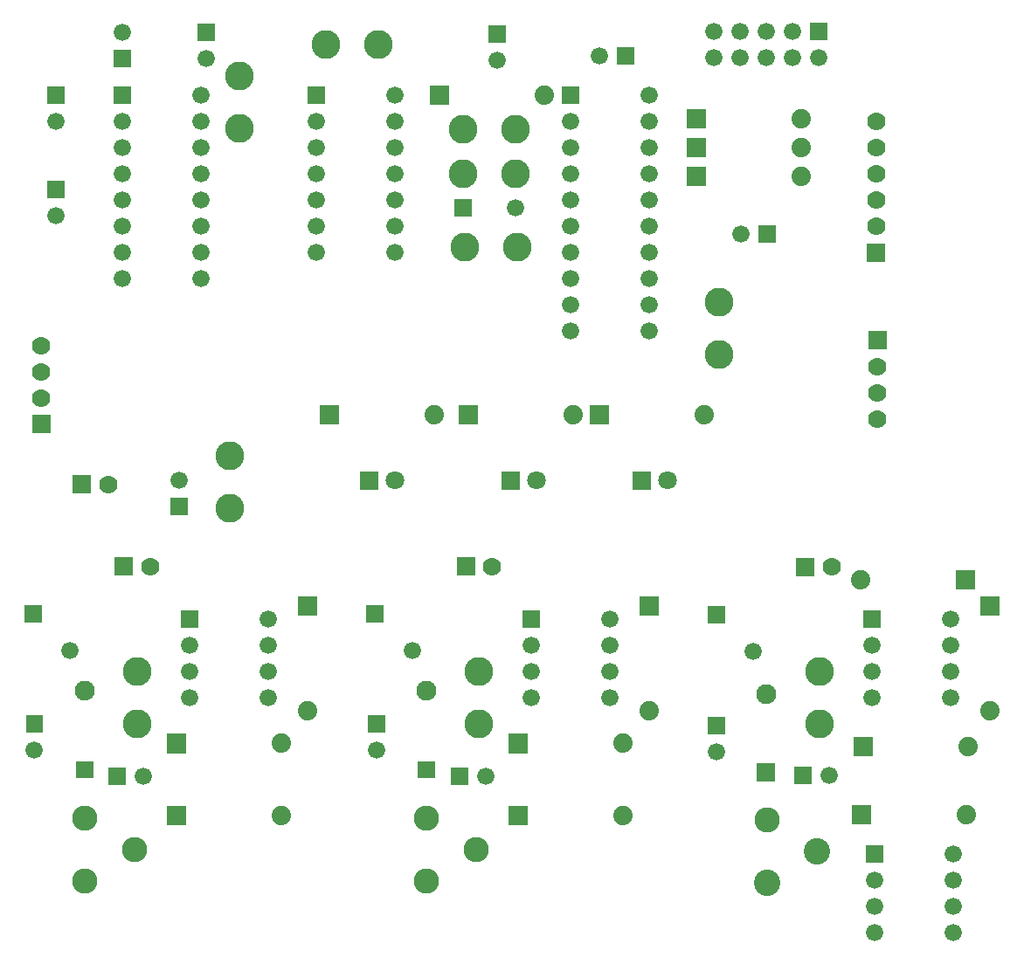
<source format=gts>
G04 start of page 7 for group -4063 idx -4063 *
G04 Title: (unknown), componentmask *
G04 Creator: pcb 20110918 *
G04 CreationDate: Fri 24 Oct 2014 23:07:07 GMT UTC *
G04 For: ksarkies *
G04 Format: Gerber/RS-274X *
G04 PCB-Dimensions: 390000 370000 *
G04 PCB-Coordinate-Origin: lower left *
%MOIN*%
%FSLAX25Y25*%
%LNTOPMASK*%
%ADD69C,0.1010*%
%ADD68C,0.0960*%
%ADD67C,0.0710*%
%ADD66C,0.0760*%
%ADD65C,0.0700*%
%ADD64C,0.0740*%
%ADD63C,0.1100*%
%ADD62C,0.0660*%
%ADD61C,0.0001*%
G54D61*G36*
X217200Y333800D02*Y327200D01*
X223800D01*
Y333800D01*
X217200D01*
G37*
G54D62*X220500Y320500D03*
Y310500D03*
Y300500D03*
Y290500D03*
G54D61*G36*
X264800Y314200D02*Y306800D01*
X272200D01*
Y314200D01*
X264800D01*
G37*
G54D62*X250500Y310500D03*
Y320500D03*
Y330500D03*
G54D61*G36*
X264800Y325200D02*Y317800D01*
X272200D01*
Y325200D01*
X264800D01*
G37*
G36*
Y303200D02*Y295800D01*
X272200D01*
Y303200D01*
X264800D01*
G37*
G54D62*X220500Y280500D03*
X250500D03*
Y290500D03*
Y300500D03*
X231500Y345500D03*
G54D61*G36*
X189200Y357300D02*Y350700D01*
X195800D01*
Y357300D01*
X189200D01*
G37*
G54D62*X192500Y344000D03*
X199500Y287500D03*
G54D63*Y317500D03*
G54D64*X210500Y330500D03*
X308500Y310500D03*
Y321500D03*
G54D61*G36*
X292200Y280800D02*Y274200D01*
X298800D01*
Y280800D01*
X292200D01*
G37*
G54D62*X285500Y277500D03*
G54D64*X308500Y299500D03*
G54D61*G36*
X311700Y358300D02*Y351700D01*
X318300D01*
Y358300D01*
X311700D01*
G37*
G54D62*X315000Y345000D03*
X305000Y355000D03*
Y345000D03*
X295000Y355000D03*
Y345000D03*
X285000Y355000D03*
Y345000D03*
X275000Y355000D03*
Y345000D03*
G54D63*X277000Y231500D03*
Y251500D03*
G54D61*G36*
X334000Y240500D02*Y233500D01*
X341000D01*
Y240500D01*
X334000D01*
G37*
G54D65*X337500Y227000D03*
Y217000D03*
Y207000D03*
G54D61*G36*
X333500Y274000D02*Y267000D01*
X340500D01*
Y274000D01*
X333500D01*
G37*
G54D65*X337000Y280500D03*
Y290500D03*
Y300500D03*
Y310500D03*
Y320500D03*
G54D61*G36*
X306500Y154000D02*Y147000D01*
X313500D01*
Y154000D01*
X306500D01*
G37*
G54D65*X320000Y150500D03*
G54D64*X331000Y145500D03*
G54D61*G36*
X332200Y133800D02*Y127200D01*
X338800D01*
Y133800D01*
X332200D01*
G37*
G36*
X376800Y139200D02*Y131800D01*
X384200D01*
Y139200D01*
X376800D01*
G37*
G36*
X272736Y135620D02*Y129020D01*
X279336D01*
Y135620D01*
X272736D01*
G37*
G54D62*X335500Y120500D03*
Y110500D03*
G54D63*X315500D03*
G54D66*X295000Y102000D03*
G54D62*X290178Y118178D03*
X335500Y100500D03*
G54D64*X380500Y95500D03*
G54D62*X365500Y100500D03*
Y110500D03*
Y120500D03*
Y130500D03*
G54D61*G36*
X367300Y149200D02*Y141800D01*
X374700D01*
Y149200D01*
X367300D01*
G37*
G54D62*X220500Y270500D03*
X250500D03*
G54D63*X180000Y272500D03*
X200000D03*
G54D62*X123500Y270500D03*
X153500D03*
X220500Y260500D03*
X250500D03*
X220500Y250500D03*
Y240500D03*
X250500D03*
Y250500D03*
G54D61*G36*
X177800Y212200D02*Y204800D01*
X185200D01*
Y212200D01*
X177800D01*
G37*
G36*
X124800D02*Y204800D01*
X132200D01*
Y212200D01*
X124800D01*
G37*
G54D64*X168500Y208500D03*
G54D61*G36*
X227800Y212200D02*Y204800D01*
X235200D01*
Y212200D01*
X227800D01*
G37*
G54D64*X271500Y208500D03*
X221500D03*
G54D61*G36*
X243950Y187050D02*Y179950D01*
X251050D01*
Y187050D01*
X243950D01*
G37*
G54D67*X257500Y183500D03*
G54D61*G36*
X139950Y187050D02*Y179950D01*
X147050D01*
Y187050D01*
X139950D01*
G37*
G54D67*X153500Y183500D03*
G54D61*G36*
X193950Y187050D02*Y179950D01*
X201050D01*
Y187050D01*
X193950D01*
G37*
G54D67*X207500Y183500D03*
G54D61*G36*
X238200Y348800D02*Y342200D01*
X244800D01*
Y348800D01*
X238200D01*
G37*
G54D63*X179500Y300500D03*
X199500D03*
G54D62*X153500D03*
Y310500D03*
G54D61*G36*
X176200Y290800D02*Y284200D01*
X182800D01*
Y290800D01*
X176200D01*
G37*
G54D62*X153500Y280500D03*
Y290500D03*
G54D61*G36*
X166800Y334200D02*Y326800D01*
X174200D01*
Y334200D01*
X166800D01*
G37*
G54D62*X153500Y320500D03*
Y330500D03*
G54D63*X179500Y317500D03*
G54D61*G36*
X120200Y333800D02*Y327200D01*
X126800D01*
Y333800D01*
X120200D01*
G37*
G54D63*X147000Y350000D03*
X127000D03*
G54D62*X123500Y320500D03*
Y310500D03*
Y300500D03*
Y290500D03*
Y280500D03*
X79500Y270500D03*
Y280500D03*
Y290500D03*
Y300500D03*
G54D61*G36*
X78200Y357800D02*Y351200D01*
X84800D01*
Y357800D01*
X78200D01*
G37*
G54D62*X81500Y344500D03*
G54D61*G36*
X46200Y333800D02*Y327200D01*
X52800D01*
Y333800D01*
X46200D01*
G37*
G54D62*X49500Y320500D03*
Y310500D03*
X79500D03*
Y320500D03*
Y330500D03*
G54D61*G36*
X46200Y347800D02*Y341200D01*
X52800D01*
Y347800D01*
X46200D01*
G37*
G54D62*X49500Y354500D03*
Y300500D03*
Y290500D03*
Y280500D03*
Y270500D03*
Y260500D03*
G54D61*G36*
X20700Y333800D02*Y327200D01*
X27300D01*
Y333800D01*
X20700D01*
G37*
G54D62*X24000Y320500D03*
G54D61*G36*
X20700Y297800D02*Y291200D01*
X27300D01*
Y297800D01*
X20700D01*
G37*
G54D62*X24000Y284500D03*
G54D63*X94000Y318000D03*
Y338000D03*
G54D62*X79500Y260500D03*
G54D61*G36*
X67700Y176800D02*Y170200D01*
X74300D01*
Y176800D01*
X67700D01*
G37*
G54D62*X71000Y183500D03*
G54D63*X90500Y193000D03*
Y173000D03*
G54D65*X18500Y215000D03*
Y225000D03*
Y235000D03*
G54D61*G36*
X30500Y185500D02*Y178500D01*
X37500D01*
Y185500D01*
X30500D01*
G37*
G54D65*X44000Y182000D03*
G54D61*G36*
X15000Y208500D02*Y201500D01*
X22000D01*
Y208500D01*
X15000D01*
G37*
G36*
X12068Y136010D02*Y129410D01*
X18668D01*
Y136010D01*
X12068D01*
G37*
G54D66*X35000Y103100D03*
G54D62*X29510Y118568D03*
G54D61*G36*
X46500Y154100D02*Y147100D01*
X53500D01*
Y154100D01*
X46500D01*
G37*
G54D65*X60000Y150600D03*
G54D63*X55000Y110600D03*
G54D61*G36*
X71700Y133900D02*Y127300D01*
X78300D01*
Y133900D01*
X71700D01*
G37*
G54D62*X75000Y120600D03*
Y110600D03*
G54D61*G36*
X44200Y73900D02*Y67300D01*
X50800D01*
Y73900D01*
X44200D01*
G37*
G54D63*X55000Y90600D03*
G54D62*X57500Y70600D03*
G54D68*X35000Y54600D03*
X54000Y42500D03*
X35000Y30600D03*
G54D61*G36*
X31700Y76400D02*Y69800D01*
X38300D01*
Y76400D01*
X31700D01*
G37*
G36*
X12600Y93900D02*Y87300D01*
X19200D01*
Y93900D01*
X12600D01*
G37*
G54D62*X15900Y80600D03*
G54D61*G36*
X66300Y59300D02*Y51900D01*
X73700D01*
Y59300D01*
X66300D01*
G37*
G36*
Y86800D02*Y79400D01*
X73700D01*
Y86800D01*
X66300D01*
G37*
G54D62*X75000Y100600D03*
X105000D03*
G54D64*X120000Y95600D03*
G54D62*X105000Y110600D03*
Y120600D03*
Y130600D03*
G54D61*G36*
X116300Y139300D02*Y131900D01*
X123700D01*
Y139300D01*
X116300D01*
G37*
G36*
X142568Y136010D02*Y129410D01*
X149168D01*
Y136010D01*
X142568D01*
G37*
G54D64*X110000Y55600D03*
Y83100D03*
G54D61*G36*
X174700Y73900D02*Y67300D01*
X181300D01*
Y73900D01*
X174700D01*
G37*
G54D62*X188000Y70600D03*
G54D68*X165500Y54600D03*
X184500Y42500D03*
X165500Y30600D03*
G54D61*G36*
X162200Y76400D02*Y69800D01*
X168800D01*
Y76400D01*
X162200D01*
G37*
G54D62*X146400Y80600D03*
G54D61*G36*
X177000Y154100D02*Y147100D01*
X184000D01*
Y154100D01*
X177000D01*
G37*
G54D65*X190500Y150600D03*
G54D61*G36*
X202200Y133900D02*Y127300D01*
X208800D01*
Y133900D01*
X202200D01*
G37*
G54D62*X205500Y120600D03*
Y110600D03*
Y100600D03*
G54D63*X185500Y90600D03*
G54D61*G36*
X143100Y93900D02*Y87300D01*
X149700D01*
Y93900D01*
X143100D01*
G37*
G54D63*X185500Y110600D03*
G54D66*X165500Y103100D03*
G54D62*X160010Y118568D03*
X235500Y100600D03*
Y110600D03*
Y120600D03*
Y130600D03*
G54D61*G36*
X246800Y139300D02*Y131900D01*
X254200D01*
Y139300D01*
X246800D01*
G37*
G54D64*X250500Y95600D03*
G54D61*G36*
X196800Y59300D02*Y51900D01*
X204200D01*
Y59300D01*
X196800D01*
G37*
G36*
Y86800D02*Y79400D01*
X204200D01*
Y86800D01*
X196800D01*
G37*
G54D64*X240500Y55600D03*
Y83100D03*
G54D61*G36*
X272700Y93300D02*Y86700D01*
X279300D01*
Y93300D01*
X272700D01*
G37*
G54D62*X276000Y80000D03*
G54D68*X295500Y54000D03*
G54D69*X314500Y41900D03*
X295500Y30000D03*
G54D61*G36*
X333200Y44300D02*Y37700D01*
X339800D01*
Y44300D01*
X333200D01*
G37*
G54D62*X336500Y31000D03*
Y21000D03*
Y11000D03*
X366500D03*
Y21000D03*
Y31000D03*
Y41000D03*
G54D64*X371500Y56000D03*
G54D61*G36*
X328300Y85700D02*Y78300D01*
X335700D01*
Y85700D01*
X328300D01*
G37*
G36*
X327800Y59700D02*Y52300D01*
X335200D01*
Y59700D01*
X327800D01*
G37*
G54D64*X372000Y82000D03*
G54D63*X315500Y90500D03*
G54D61*G36*
X291450Y75550D02*Y68450D01*
X298550D01*
Y75550D01*
X291450D01*
G37*
G36*
X305700Y74300D02*Y67700D01*
X312300D01*
Y74300D01*
X305700D01*
G37*
G54D62*X319000Y71000D03*
M02*

</source>
